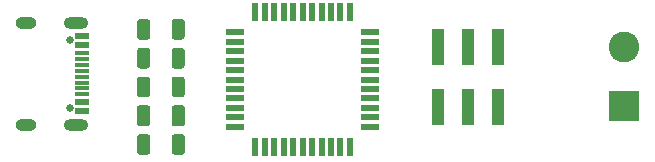
<source format=gts>
%TF.GenerationSoftware,KiCad,Pcbnew,5.1.9*%
%TF.CreationDate,2021-04-29T00:15:12+02:00*%
%TF.ProjectId,headphoneswitch,68656164-7068-46f6-9e65-737769746368,rev?*%
%TF.SameCoordinates,Original*%
%TF.FileFunction,Soldermask,Top*%
%TF.FilePolarity,Negative*%
%FSLAX46Y46*%
G04 Gerber Fmt 4.6, Leading zero omitted, Abs format (unit mm)*
G04 Created by KiCad (PCBNEW 5.1.9) date 2021-04-29 00:15:12*
%MOMM*%
%LPD*%
G01*
G04 APERTURE LIST*
%ADD10R,0.550000X1.500000*%
%ADD11R,1.500000X0.550000*%
%ADD12R,1.000000X3.150000*%
%ADD13C,2.600000*%
%ADD14R,2.600000X2.600000*%
%ADD15R,1.150000X0.300000*%
%ADD16R,1.150000X0.600000*%
%ADD17O,2.100000X1.000000*%
%ADD18C,0.650000*%
%ADD19O,1.800000X1.000000*%
G04 APERTURE END LIST*
D10*
%TO.C,U1*%
X130750000Y-56050000D03*
X131550000Y-56050000D03*
X132350000Y-56050000D03*
X133150000Y-56050000D03*
X133950000Y-56050000D03*
X134750000Y-56050000D03*
X135550000Y-56050000D03*
X136350000Y-56050000D03*
X137150000Y-56050000D03*
X137950000Y-56050000D03*
X138750000Y-56050000D03*
D11*
X140450000Y-57750000D03*
X140450000Y-58550000D03*
X140450000Y-59350000D03*
X140450000Y-60150000D03*
X140450000Y-60950000D03*
X140450000Y-61750000D03*
X140450000Y-62550000D03*
X140450000Y-63350000D03*
X140450000Y-64150000D03*
X140450000Y-64950000D03*
X140450000Y-65750000D03*
D10*
X138750000Y-67450000D03*
X137950000Y-67450000D03*
X137150000Y-67450000D03*
X136350000Y-67450000D03*
X135550000Y-67450000D03*
X134750000Y-67450000D03*
X133950000Y-67450000D03*
X133150000Y-67450000D03*
X132350000Y-67450000D03*
X131550000Y-67450000D03*
X130750000Y-67450000D03*
D11*
X129050000Y-65750000D03*
X129050000Y-64950000D03*
X129050000Y-64150000D03*
X129050000Y-63350000D03*
X129050000Y-62550000D03*
X129050000Y-61750000D03*
X129050000Y-60950000D03*
X129050000Y-60150000D03*
X129050000Y-59350000D03*
X129050000Y-58550000D03*
X129050000Y-57750000D03*
%TD*%
%TO.C,R4*%
G36*
G01*
X121850000Y-59312499D02*
X121850000Y-60562501D01*
G75*
G02*
X121600001Y-60812500I-249999J0D01*
G01*
X120974999Y-60812500D01*
G75*
G02*
X120725000Y-60562501I0J249999D01*
G01*
X120725000Y-59312499D01*
G75*
G02*
X120974999Y-59062500I249999J0D01*
G01*
X121600001Y-59062500D01*
G75*
G02*
X121850000Y-59312499I0J-249999D01*
G01*
G37*
G36*
G01*
X124775000Y-59312499D02*
X124775000Y-60562501D01*
G75*
G02*
X124525001Y-60812500I-249999J0D01*
G01*
X123899999Y-60812500D01*
G75*
G02*
X123650000Y-60562501I0J249999D01*
G01*
X123650000Y-59312499D01*
G75*
G02*
X123899999Y-59062500I249999J0D01*
G01*
X124525001Y-59062500D01*
G75*
G02*
X124775000Y-59312499I0J-249999D01*
G01*
G37*
%TD*%
%TO.C,R3*%
G36*
G01*
X121850000Y-61749999D02*
X121850000Y-63000001D01*
G75*
G02*
X121600001Y-63250000I-249999J0D01*
G01*
X120974999Y-63250000D01*
G75*
G02*
X120725000Y-63000001I0J249999D01*
G01*
X120725000Y-61749999D01*
G75*
G02*
X120974999Y-61500000I249999J0D01*
G01*
X121600001Y-61500000D01*
G75*
G02*
X121850000Y-61749999I0J-249999D01*
G01*
G37*
G36*
G01*
X124775000Y-61749999D02*
X124775000Y-63000001D01*
G75*
G02*
X124525001Y-63250000I-249999J0D01*
G01*
X123899999Y-63250000D01*
G75*
G02*
X123650000Y-63000001I0J249999D01*
G01*
X123650000Y-61749999D01*
G75*
G02*
X123899999Y-61500000I249999J0D01*
G01*
X124525001Y-61500000D01*
G75*
G02*
X124775000Y-61749999I0J-249999D01*
G01*
G37*
%TD*%
%TO.C,R2*%
G36*
G01*
X121850000Y-66624999D02*
X121850000Y-67875001D01*
G75*
G02*
X121600001Y-68125000I-249999J0D01*
G01*
X120974999Y-68125000D01*
G75*
G02*
X120725000Y-67875001I0J249999D01*
G01*
X120725000Y-66624999D01*
G75*
G02*
X120974999Y-66375000I249999J0D01*
G01*
X121600001Y-66375000D01*
G75*
G02*
X121850000Y-66624999I0J-249999D01*
G01*
G37*
G36*
G01*
X124775000Y-66624999D02*
X124775000Y-67875001D01*
G75*
G02*
X124525001Y-68125000I-249999J0D01*
G01*
X123899999Y-68125000D01*
G75*
G02*
X123650000Y-67875001I0J249999D01*
G01*
X123650000Y-66624999D01*
G75*
G02*
X123899999Y-66375000I249999J0D01*
G01*
X124525001Y-66375000D01*
G75*
G02*
X124775000Y-66624999I0J-249999D01*
G01*
G37*
%TD*%
%TO.C,R1*%
G36*
G01*
X121850000Y-56874999D02*
X121850000Y-58125001D01*
G75*
G02*
X121600001Y-58375000I-249999J0D01*
G01*
X120974999Y-58375000D01*
G75*
G02*
X120725000Y-58125001I0J249999D01*
G01*
X120725000Y-56874999D01*
G75*
G02*
X120974999Y-56625000I249999J0D01*
G01*
X121600001Y-56625000D01*
G75*
G02*
X121850000Y-56874999I0J-249999D01*
G01*
G37*
G36*
G01*
X124775000Y-56874999D02*
X124775000Y-58125001D01*
G75*
G02*
X124525001Y-58375000I-249999J0D01*
G01*
X123899999Y-58375000D01*
G75*
G02*
X123650000Y-58125001I0J249999D01*
G01*
X123650000Y-56874999D01*
G75*
G02*
X123899999Y-56625000I249999J0D01*
G01*
X124525001Y-56625000D01*
G75*
G02*
X124775000Y-56874999I0J-249999D01*
G01*
G37*
%TD*%
D12*
%TO.C,J3*%
X151330000Y-59000000D03*
X151330000Y-64050000D03*
X148790000Y-59000000D03*
X148790000Y-64050000D03*
X146250000Y-59000000D03*
X146250000Y-64050000D03*
%TD*%
D13*
%TO.C,J2*%
X162000000Y-59000000D03*
D14*
X162000000Y-64000000D03*
%TD*%
D15*
%TO.C,J1*%
X116105000Y-61000000D03*
X116105000Y-60500000D03*
X116105000Y-60000000D03*
X116105000Y-59500000D03*
X116105000Y-61500000D03*
X116105000Y-62000000D03*
X116105000Y-62500000D03*
X116105000Y-63000000D03*
D16*
X116105000Y-58850000D03*
X116105000Y-58050000D03*
X116105000Y-63650000D03*
X116105000Y-64450000D03*
D17*
X115530000Y-56930000D03*
D18*
X115030000Y-58360000D03*
X115030000Y-64140000D03*
D17*
X115530000Y-65570000D03*
D19*
X111350000Y-56930000D03*
X111350000Y-65570000D03*
%TD*%
%TO.C,C1*%
G36*
G01*
X121850000Y-64162499D02*
X121850000Y-65462501D01*
G75*
G02*
X121600001Y-65712500I-249999J0D01*
G01*
X120949999Y-65712500D01*
G75*
G02*
X120700000Y-65462501I0J249999D01*
G01*
X120700000Y-64162499D01*
G75*
G02*
X120949999Y-63912500I249999J0D01*
G01*
X121600001Y-63912500D01*
G75*
G02*
X121850000Y-64162499I0J-249999D01*
G01*
G37*
G36*
G01*
X124800000Y-64162499D02*
X124800000Y-65462501D01*
G75*
G02*
X124550001Y-65712500I-249999J0D01*
G01*
X123899999Y-65712500D01*
G75*
G02*
X123650000Y-65462501I0J249999D01*
G01*
X123650000Y-64162499D01*
G75*
G02*
X123899999Y-63912500I249999J0D01*
G01*
X124550001Y-63912500D01*
G75*
G02*
X124800000Y-64162499I0J-249999D01*
G01*
G37*
%TD*%
M02*

</source>
